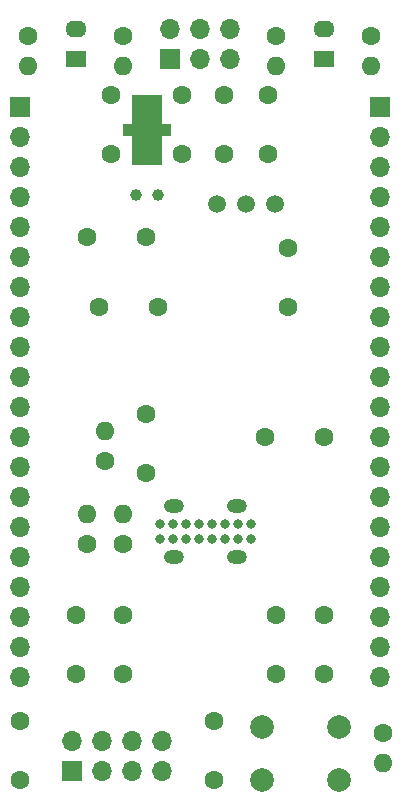
<source format=gts>
%TF.GenerationSoftware,KiCad,Pcbnew,8.0.6*%
%TF.CreationDate,2024-11-06T22:38:32+08:00*%
%TF.ProjectId,lichuang-gekuo-star-stm32f103c8t6-development-board,6c696368-7561-46e6-972d-67656b756f2d,rev?*%
%TF.SameCoordinates,Original*%
%TF.FileFunction,Soldermask,Top*%
%TF.FilePolarity,Negative*%
%FSLAX46Y46*%
G04 Gerber Fmt 4.6, Leading zero omitted, Abs format (unit mm)*
G04 Created by KiCad (PCBNEW 8.0.6) date 2024-11-06 22:38:32*
%MOMM*%
%LPD*%
G01*
G04 APERTURE LIST*
%ADD10C,1.600000*%
%ADD11O,1.600000X1.600000*%
%ADD12R,1.700000X1.700000*%
%ADD13O,1.700000X1.700000*%
%ADD14R,1.800000X1.400000*%
%ADD15O,1.800000X1.400000*%
%ADD16C,0.800000*%
%ADD17O,1.700000X1.200000*%
%ADD18C,2.000000*%
%ADD19C,1.500000*%
%ADD20C,1.000000*%
%ADD21R,1.000000X1.000000*%
%ADD22R,2.500000X6.000000*%
G04 APERTURE END LIST*
D10*
%TO.C,C5*%
X83310000Y-135000000D03*
X83310000Y-130000000D03*
%TD*%
%TO.C,R4*%
X113000000Y-72000000D03*
D11*
X113000000Y-74540000D03*
%TD*%
D10*
%TO.C,R8*%
X105000000Y-72000000D03*
D11*
X105000000Y-74540000D03*
%TD*%
D10*
%TO.C,C3*%
X105000000Y-121000000D03*
X105000000Y-126000000D03*
%TD*%
D12*
%TO.C,J2*%
X87695000Y-134250000D03*
D13*
X87695000Y-131710000D03*
X90235000Y-134250000D03*
X90235000Y-131710000D03*
X92775000Y-134250000D03*
X92775000Y-131710000D03*
X95315000Y-134250000D03*
X95315000Y-131710000D03*
%TD*%
D10*
%TO.C,R7*%
X92000000Y-72000000D03*
D11*
X92000000Y-74540000D03*
%TD*%
D10*
%TO.C,C6*%
X99680000Y-130000000D03*
X99680000Y-135000000D03*
%TD*%
%TO.C,C4*%
X109000000Y-121000000D03*
X109000000Y-126000000D03*
%TD*%
%TO.C,C1*%
X88000000Y-121000000D03*
X88000000Y-126000000D03*
%TD*%
%TO.C,R6*%
X114000000Y-131000000D03*
D11*
X114000000Y-133540000D03*
%TD*%
D10*
%TO.C,R1*%
X84000000Y-72000000D03*
D11*
X84000000Y-74540000D03*
%TD*%
D10*
%TO.C,R5*%
X90500000Y-108000000D03*
D11*
X90500000Y-105460000D03*
%TD*%
D14*
%TO.C,LED2*%
X88000000Y-74000000D03*
D15*
X88000000Y-71460000D03*
%TD*%
D16*
%TO.C,J1*%
X95150000Y-113375000D03*
X96250000Y-113375000D03*
X97350000Y-113375000D03*
X98450000Y-113375000D03*
X99550000Y-113375000D03*
X100650000Y-113375000D03*
X101750000Y-113375000D03*
X102850000Y-113375000D03*
X102850000Y-114625000D03*
X101750000Y-114625000D03*
X100650000Y-114625000D03*
X99550000Y-114625000D03*
X98450000Y-114625000D03*
X97350000Y-114625000D03*
X96250000Y-114625000D03*
X95150000Y-114625000D03*
D17*
X96330000Y-111850000D03*
X96330000Y-116150000D03*
X101670000Y-111850000D03*
X101670000Y-116150000D03*
%TD*%
D12*
%TO.C,J4*%
X113740410Y-78000000D03*
D13*
X113740410Y-80540000D03*
X113740410Y-83080000D03*
X113740410Y-85620000D03*
X113740410Y-88160000D03*
X113740410Y-90700000D03*
X113740410Y-93240000D03*
X113740410Y-95780000D03*
X113740410Y-98320000D03*
X113740410Y-100860000D03*
X113740410Y-103400000D03*
X113740410Y-105940000D03*
X113740410Y-108480000D03*
X113740410Y-111020000D03*
X113740410Y-113560000D03*
X113740410Y-116100000D03*
X113740410Y-118640000D03*
X113740410Y-121180000D03*
X113740410Y-123720000D03*
X113740410Y-126260000D03*
%TD*%
D10*
%TO.C,C11*%
X100600000Y-82000000D03*
X100600000Y-77000000D03*
%TD*%
D18*
%TO.C,SW1*%
X110265000Y-135000000D03*
X103765000Y-135000000D03*
X110265000Y-130500000D03*
X103765000Y-130500000D03*
%TD*%
D12*
%TO.C,J3*%
X96000000Y-74000000D03*
D13*
X96000000Y-71460000D03*
X98540000Y-74000000D03*
X98540000Y-71460000D03*
X101080000Y-74000000D03*
X101080000Y-71460000D03*
%TD*%
D10*
%TO.C,C15*%
X89000000Y-89000000D03*
X94000000Y-89000000D03*
%TD*%
D12*
%TO.C,J5*%
X83259590Y-78000000D03*
D13*
X83259590Y-80540000D03*
X83259590Y-83080000D03*
X83259590Y-85620000D03*
X83259590Y-88160000D03*
X83259590Y-90700000D03*
X83259590Y-93240000D03*
X83259590Y-95780000D03*
X83259590Y-98320000D03*
X83259590Y-100860000D03*
X83259590Y-103400000D03*
X83259590Y-105940000D03*
X83259590Y-108480000D03*
X83259590Y-111020000D03*
X83259590Y-113560000D03*
X83259590Y-116100000D03*
X83259590Y-118640000D03*
X83259590Y-121180000D03*
X83259590Y-123720000D03*
X83259590Y-126260000D03*
%TD*%
D10*
%TO.C,C12*%
X104280000Y-82000000D03*
X104280000Y-77000000D03*
%TD*%
%TO.C,C2*%
X92000000Y-121000000D03*
X92000000Y-126000000D03*
%TD*%
%TO.C,C7*%
X91000000Y-82000000D03*
X91000000Y-77000000D03*
%TD*%
%TO.C,R3*%
X92000000Y-115000000D03*
D11*
X92000000Y-112460000D03*
%TD*%
D10*
%TO.C,C17*%
X94000000Y-104000000D03*
X94000000Y-109000000D03*
%TD*%
%TO.C,C19*%
X106000000Y-95000000D03*
X106000000Y-90000000D03*
%TD*%
%TO.C,R2*%
X89000000Y-115000000D03*
D11*
X89000000Y-112460000D03*
%TD*%
D14*
%TO.C,LED1*%
X109000000Y-74000000D03*
D15*
X109000000Y-71460000D03*
%TD*%
D10*
%TO.C,C8*%
X97000000Y-82000000D03*
X97000000Y-77000000D03*
%TD*%
%TO.C,C18*%
X95000000Y-95000000D03*
X90000000Y-95000000D03*
%TD*%
D19*
%TO.C,X2*%
X100000000Y-86250000D03*
X102440000Y-86250000D03*
X104880000Y-86250000D03*
%TD*%
D20*
%TO.C,X1*%
X95000000Y-85500000D03*
X93100000Y-85500000D03*
D21*
X95550000Y-80000000D03*
D22*
X94050000Y-80000000D03*
D21*
X92550000Y-80000000D03*
%TD*%
D10*
%TO.C,C16*%
X104000000Y-106000000D03*
X109000000Y-106000000D03*
%TD*%
M02*

</source>
